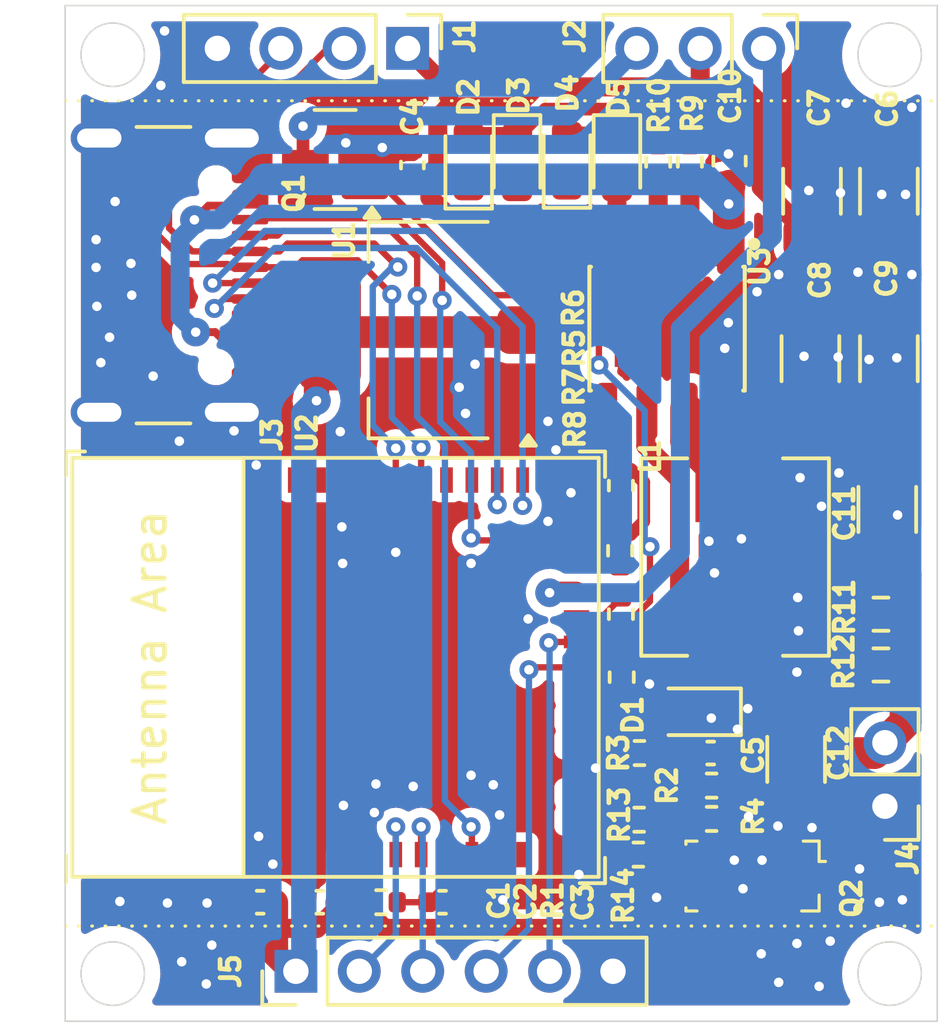
<source format=kicad_pcb>
(kicad_pcb (version 20240108) (generator "pcbnew") (generator_version "8.0")
  (layers (0 "F.Cu" signal) (31 "B.Cu" signal) (34 "B.Paste" user) (35 "F.Paste" user) (36 "B.SilkS" user "B.Silkscreen") (37 "F.SilkS" user "F.Silkscreen") (38 "B.Mask" user) (39 "F.Mask" user) (44 "Edge.Cuts" user))
  (net 0 "")
  (net 1 "+3V3")
  (net 2 "GND")
  (net 3 "+5V")
  (net 4 "/ESP32_EN")
  (net 5 "Net-(J2-Pin_3)")
  (net 6 "Net-(U2-GPIO1{slash}ADC1_CH1{slash}XTAL_32K_N)")
  (net 7 "/VIN_5V")
  (net 8 "/BAT+")
  (net 9 "Net-(U3-BAT)")
  (net 10 "Net-(D1-A)")
  (net 11 "Net-(D2-K)")
  (net 12 "Net-(D2-A)")
  (net 13 "Net-(D4-A)")
  (net 14 "/ESP32_BOOT")
  (net 15 "/USB_SERIAL_TXO")
  (net 16 "/USB_SERIAL_RXI")
  (net 17 "/SG90_PWM")
  (net 18 "Net-(U3-SW)")
  (net 19 "Net-(Q1-G)")
  (net 20 "/LED_CTRL")
  (net 21 "Net-(U2-GPIO8)")
  (net 22 "/SG90_POWER")
  (net 23 "Net-(U3-LED1)")
  (net 24 "Net-(U3-LED2)")
  (net 41 "Net-(Q2-E)")
  (net 42 "/LSensorIO")
  (net 44 "/GPIO5")
  (net 45 "/GPIO3")
  (net 46 "/GPIO2")
  (net 47 "/GPIO4")
  (net 49 "/USBD-")
  (net 50 "/USBD+")
  (footprint "Capacitor_SMD:C_0402_1005Metric" (layer "F.Cu") (at 198.525 67.475 90)
    (property "Reference" "C4")
    (property "Value" "10uF" (hide yes))
  )
  (footprint "Resistor_SMD:R_0402_1005Metric" (layer "F.Cu") (at 207.275 67.375 90)
    (property "Reference" "R9")
    (property "Value" "2K" (hide yes))
  )
  (footprint "Resistor_SMD:R_0402_1005Metric" (layer "F.Cu") (at 205.1 81.625 -90)
    (property "Reference" "R7")
    (property "Value" "100R" (hide yes))
  )
  (footprint "Package_TO_SOT_SMD:SOT-23" (layer "F.Cu") (at 196.0875 67.3 180)
    (property "Reference" "Q1")
    (property "Value" "AO3400A" (hide yes))
  )
  (footprint "LED_SMD:LED_0603_1608Metric" (layer "F.Cu") (at 207.4 84.7 180)
    (property "Reference" "D1")
    (property "Value" "LED" (hide yes))
  )
  (footprint "Capacitor_SMD:C_0402_1005Metric" (layer "F.Cu") (at 195.605 90.7 180)
    (property "Reference" "C2")
    (property "Value" "0.1uF" (hide yes))
  )
  (footprint "Resistor_SMD:R_0402_1005Metric" (layer "F.Cu") (at 205.685 86)
    (property "Reference" "R3")
    (property "Value" "150R" (hide yes))
  )
  (footprint "Capacitor_SMD:C_1206_3216Metric" (layer "F.Cu") (at 210.625 86.2 -90)
    (property "Reference" "C12")
    (property "Value" "22uF" (hide yes))
  )
  (footprint "Capacitor_SMD:C_0402_1005Metric" (layer "F.Cu") (at 193.725 90.7 180)
    (property "Reference" "C1")
    (property "Value" "10uF" (hide yes))
  )
  (footprint "LED_SMD:LED_0603_1608Metric" (layer "F.Cu") (at 201.825 67.3875 -90)
    (property "Reference" "D3")
    (property "Value" "LED" (hide yes))
  )
  (footprint "IP5306:SOIC9P127_490X600X170L84X42T330X241N" (layer "F.Cu") (at 206.555 72.63 -90)
    (property "Reference" "U3")
    (property "Value" "IP5306" (hide yes))
  )
  (footprint "Capacitor_SMD:C_1206_3216Metric" (layer "F.Cu") (at 211.125 68.3 90)
    (property "Reference" "C7")
    (property "Value" "22uF" (hide yes))
  )
  (footprint "Connector_USB:USB_C_Receptacle_GCT_USB4105-xx-A_16P_TopMnt_Horizontal" (layer "F.Cu") (at 189.725 70.945 -90)
    (property "Reference" "J3")
    (property "Value" "USB_C_Receptacle_USB2.0_16P" (hide yes))
  )
  (footprint "Package_TO_SOT_SMD:SOT-223-3_TabPin2" (layer "F.Cu") (at 199.05 72.675 180)
    (property "Reference" "U1")
    (property "Value" "ASM1117-3.3V" (hide yes))
  )
  (footprint "Resistor_SMD:R_0603_1608Metric" (layer "F.Cu") (at 213.3 83.225)
    (property "Reference" "R12")
    (property "Value" "1R" (hide yes))
  )
  (footprint "Resistor_SMD:R_0402_1005Metric" (layer "F.Cu") (at 197.535 90.7 180)
    (property "Reference" "R1")
    (property "Value" "10k" (hide yes))
  )
  (footprint "Inductor_SMD:L_Chilisin_BMRA00050530" (layer "F.Cu") (at 208.7 79.825 -90)
    (property "Reference" "L1")
    (property "Value" "L" (hide yes))
  )
  (footprint "Connector_PinHeader_2.00mm:PinHeader_1x03_P2.00mm_Vertical" (layer "F.Cu") (at 209.6 63.8 -90)
    (property "Reference" "J2")
    (property "Value" "~" (hide yes))
  )
  (footprint "LED_SMD:LED_0603_1608Metric" (layer "F.Cu") (at 200.3 67.3625 90)
    (property "Reference" "D2")
    (property "Value" "LED" (hide yes))
  )
  (footprint "LED_SMD:LED_0603_1608Metric" (layer "F.Cu") (at 203.4 67.3375 90)
    (property "Reference" "D4")
    (property "Value" "LED" (hide yes))
  )
  (footprint "Resistor_SMD:R_0402_1005Metric" (layer "F.Cu") (at 207.96 87.025 180)
    (property "Reference" "R2")
    (property "Value" "10k" (hide yes))
  )
  (footprint "Resistor_SMD:R_0402_1005Metric" (layer "F.Cu") (at 207.96 88.075)
    (property "Reference" "R4")
    (property "Value" "10k" (hide yes))
  )
  (footprint "PCM_Espressif:ESP32-C3-MINI-1" (layer "F.Cu") (at 196.1 83.3 90)
    (property "Reference" "U2")
    (property "Value" "ESP32-C3-MINI-1" (hide yes))
  )
  (footprint "Resistor_SMD:R_0402_1005Metric" (layer "F.Cu") (at 205.125 83.61 -90)
    (property "Reference" "R8")
    (property "Value" "10k" (hide yes))
  )
  (footprint "Resistor_SMD:R_0402_1005Metric" (layer "F.Cu") (at 206.275 67.375 90)
    (property "Reference" "R10")
    (property "Value" "2K" (hide yes))
  )
  (footprint "Capacitor_SMD:C_1206_3216Metric" (layer "F.Cu") (at 211.075 73.575 -90)
    (property "Reference" "C8")
    (property "Value" "22uF" (hide yes))
  )
  (footprint "Resistor_SMD:R_0402_1005Metric" (layer "F.Cu") (at 205.65 89.2)
    (property "Reference" "R14")
    (property "Value" "10k" (hide yes))
  )
  (footprint "Resistor_SMD:R_0402_1005Metric" (layer "F.Cu") (at 205.075 79.625 90)
    (property "Reference" "R5")
    (property "Value" "10k" (hide yes))
  )
  (footprint "Capacitor_SMD:C_0603_1608Metric" (layer "F.Cu") (at 208.525 67.35 -90)
    (property "Reference" "C10")
    (property "Value" "10uF" (hide yes))
  )
  (footprint "digikey-footprints:Phototransistor_SMD_4x2mm_TEMT6000X01" (layer "F.Cu") (at 209.25 89.875)
    (property "Reference" "Q2")
    (property "Value" "TEMT6000X01" (hide yes))
  )
  (footprint "Connector_PinHeader_2.00mm:PinHeader_1x04_P2.00mm_Vertical" (layer "F.Cu") (at 198.375 63.8 -90)
    (property "Reference" "J1")
    (property "Value" "Conn_01x04_Pin" (hide yes))
  )
  (footprint "Capacitor_SMD:C_1206_3216Metric" (layer "F.Cu") (at 213.55 73.575 -90)
    (property "Reference" "C9")
    (property "Value" "22uF" (hide yes))
  )
  (footprint "Capacitor_SMD:C_1206_3216Metric" (layer "F.Cu") (at 213.5 78.325 90)
    (property "Reference" "C11")
    (property "Value" "22uF" (hide yes))
  )
  (footprint "Capacitor_SMD:C_0402_1005Metric" (layer "F.Cu") (at 207.93 86 180)
    (property "Reference" "C5")
    (property "Value" "0.1uF" (hide yes))
  )
  (footprint "LED_SMD:LED_0603_1608Metric" (layer "F.Cu") (at 204.975 67.3875 -90)
    (property "Reference" "D5")
    (property "Value" "LED" (hide yes))
  )
  (footprint "Resistor_SMD:R_0402_1005Metric" (layer "F.Cu") (at 205.675 88.1)
    (property "Reference" "R13")
    (property "Value" "10k" (hide yes))
  )
  (footprint "Resistor_SMD:R_0603_1608Metric" (layer "F.Cu") (at 213.3 81.625)
    (property "Reference" "R11")
    (property "Value" "1R" (hide yes))
  )
  (footprint "Capacitor_SMD:C_0402_1005Metric" (layer "F.Cu") (at 199.475 90.7)
    (property "Reference" "C3")
    (property "Value" "0.1uF" (hide yes))
  )
  (footprint "Connector_PinHeader_2.00mm:PinHeader_1x06_P2.00mm_Vertical" (layer "F.Cu") (at 194.85 92.875 90)
    (property "Reference" "J5")
    (property "Value" "Conn_01x06_Pin" (hide yes))
  )
  (footprint "Resistor_SMD:R_0402_1005Metric" (layer "F.Cu") (at 205.1 77.575 90)
    (property "Reference" "R6")
    (property "Value" "10k" (hide yes))
  )
  (footprint "Capacitor_SMD:C_1206_3216Metric" (layer "F.Cu") (at 213.55 68.3 90)
    (property "Reference" "C6")
    (property "Value" "22uF" (hide yes))
  )
  (footprint "Connector_PinHeader_2.00mm:PinHeader_1x02_P2.00mm_Vertical" (layer "F.Cu") (at 213.425 87.675 180)
    (property "Reference" "J4")
    (property "Value" "~" (hide yes))
  )
  (gr_line (start 187.575 91.45) (end 215.125 91.45) (stroke (width 0.1) (type dot)) (layer "F.SilkS"))
  (gr_line (start 187.575 65.45) (end 215.1 65.45) (stroke (width 0.1) (type dot)) (layer "F.SilkS"))
  (gr_circle (center 189.075 64) (end 190.075 64) (stroke (width 0.05)) (fill none) (layer "Edge.Cuts"))
  (gr_line (start 187.575 62.45) (end 215.075 62.45) (stroke (width 0.05)) (layer "Edge.Cuts"))
  (gr_circle (center 213.575 92.95) (end 214.575 92.95) (stroke (width 0.05)) (fill none) (layer "Edge.Cuts"))
  (gr_circle (center 189.075 92.95) (end 190.075 92.95) (stroke (width 0.05)) (fill none) (layer "Edge.Cuts"))
  (gr_line (start 187.575 94.45) (end 187.575 62.45) (stroke (width 0.05)) (layer "Edge.Cuts"))
  (gr_circle (center 213.575 64) (end 214.575 64) (stroke (width 0.05)) (fill none) (layer "Edge.Cuts"))
  (gr_line (start 215.075 94.45) (end 187.575 94.45) (stroke (width 0.05)) (layer "Edge.Cuts"))
  (gr_line (start 215.075 62.45) (end 215.075 94.45) (stroke (width 0.05)) (layer "Edge.Cuts"))
  (segment (start 196.085 90.958976) (end 195.518976 91.525) (width 0.6) (layer "F.Cu") (net 1))
  (segment (start 203.625 75.906236) (end 204.783764 77.065) (width 0.4) (layer "F.Cu") (net 1))
  (segment (start 194.205 91.525) (end 194.205 92.355) (width 0.8) (layer "F.Cu") (net 1))
  (segment (start 194.205 90.7) (end 194.205 91.525) (width 0.8) (layer "F.Cu") (net 1))
  (segment (start 205.41 79.115) (end 205.075 79.115) (width 0.4) (layer "F.Cu") (net 1))
  (segment (start 205.1 77.065) (end 205.419999 77.065) (width 0.4) (layer "F.Cu") (net 1))
  (segment (start 203.625 74.15) (end 203.625 75.906236) (width 0.4) (layer "F.Cu") (net 1))
  (segment (start 196.085 90.7) (end 196.085 90.958976) (width 0.6) (layer "F.Cu") (net 1))
  (segment (start 204.783764 77.065) (end 205.1 77.065) (width 0.4) (layer "F.Cu") (net 1))
  (segment (start 197.025 90.901768) (end 197.648232 91.525) (width 0.6) (layer "F.Cu") (net 1))
  (segment (start 201.8 72.6375) (end 202.1125 72.6375) (width 0.4) (layer "F.Cu") (net 1))
  (segment (start 196.4 90.385) (end 196.4 89.2) (width 0.6) (layer "F.Cu") (net 1))
  (segment (start 195.125 91.525) (end 194.205 91.525) (width 0.6) (layer "F.Cu") (net 1))
  (segment (start 195.5 72.6375) (end 195.5 74.9) (width 0.8) (layer "F.Cu") (net 1))
  (segment (start 202.1125 72.6375) (end 203.625 74.15) (width 0.4) (layer "F.Cu") (net 1))
  (segment (start 196.085 90.7) (end 196.4 90.385) (width 0.6) (layer "F.Cu") (net 1))
  (segment (start 195.15 91.55) (end 195.125 91.525) (width 0.6) (layer "F.Cu") (net 1))
  (segment (start 205.82 78.705) (end 205.41 79.115) (width 0.4) (layer "F.Cu") (net 1))
  (segment (start 197.025 90.7) (end 197.025 90.901768) (width 0.6) (layer "F.Cu") (net 1))
  (segment (start 205.419999 77.065) (end 205.82 77.465001) (width 0.4) (layer "F.Cu") (net 1))
  (segment (start 194.205 92.355) (end 194.775 92.925) (width 0.8) (layer "F.Cu") (net 1))
  (segment (start 209.45 91.525) (end 211 89.975) (width 0.6) (layer "F.Cu") (net 1))
  (segment (start 196.085 90.7) (end 197.025 90.7) (width 0.6) (layer "F.Cu") (net 1))
  (segment (start 205.82 77.465001) (end 205.82 78.705) (width 0.4) (layer "F.Cu") (net 1))
  (segment (start 195.518976 91.525) (end 195.175 91.525) (width 0.6) (layer "F.Cu") (net 1))
  (segment (start 201.825 72.7375) (end 195.525 72.7375) (width 1) (layer "F.Cu") (net 1))
  (segment (start 195.175 91.525) (end 195.15 91.55) (width 0.6) (layer "F.Cu") (net 1))
  (segment (start 197.648232 91.525) (end 209.45 91.525) (width 0.6) (layer "F.Cu") (net 1))
  (via (at 195.5 74.9) (size 0.9) (drill 0.3) (layers "F.Cu" "B.Cu") (net 1))
  (segment (start 195.1 92.6) (end 194.61 93.09) (width 0.8) (layer "B.Cu") (net 1))
  (segment (start 195.5 74.9) (end 195.1 75.3) (width 0.8) (layer "B.Cu") (net 1))
  (segment (start 195.1 75.3) (end 195.1 92.6) (width 0.8) (layer "B.Cu") (net 1))
  (segment (start 194.61 93.09) (end 194.61 93.15) (width 0.8) (layer "B.Cu") (net 1))
  (segment (start 201.975 90.625) (end 202.8 89.8) (width 0.2) (layer "F.Cu") (net 2))
  (segment (start 208.475 84.9875) (end 208.1875 84.7) (width 0.2) (layer "F.Cu") (net 2))
  (segment (start 196.835 66.99) (end 198.425 66.99) (width 0.2) (layer "F.Cu") (net 2))
  (segment (start 195.125 89.525) (end 195.125 90.7) (width 0.2) (layer "F.Cu") (net 2))
  (segment (start 194.8 89.2) (end 195.125 89.525) (width 0.2) (layer "F.Cu") (net 2))
  (segment (start 201.1 90.9) (end 201.375 90.625) (width 0.2) (layer "F.Cu") (net 2))
  (segment (start 200.155 90.9) (end 201.1 90.9) (width 0.2) (layer "F.Cu") (net 2))
  (segment (start 193.405 67.745) (end 193.56 67.9) (width 0.2) (layer "F.Cu") (net 2))
  (segment (start 193.405 67.305) (end 192.725 66.625) (width 0.2) (layer "F.Cu") (net 2))
  (segment (start 208.475 85.975) (end 208.475 84.9875) (width 0.2) (layer "F.Cu") (net 2))
  (segment (start 195.925 67.9) (end 196.835 66.99) (width 0.2) (layer "F.Cu") (net 2))
  (segment (start 199.955 90.7) (end 200.155 90.9) (width 0.2) (layer "F.Cu") (net 2))
  (segment (start 205.977814 84.12) (end 206.172814 83.925) (width 0.2) (layer "F.Cu") (net 2))
  (segment (start 193.405 67.745) (end 193.405 67.305) (width 0.2) (layer "F.Cu") (net 2))
  (segment (start 207.4125 83.925) (end 208.1875 84.7) (width 0.2) (layer "F.Cu") (net 2))
  (segment (start 202.8 89.8) (end 202.8 89.2) (width 0.2) (layer "F.Cu") (net 2))
  (segment (start 193.56 67.9) (end 195.925 67.9) (width 0.2) (layer "F.Cu") (net 2))
  (segment (start 205.125 84.12) (end 205.977814 84.12) (width 0.2) (layer "F.Cu") (net 2))
  (segment (start 213.525 75.05) (end 213.55 75.025) (width 1) (layer "F.Cu") (net 2))
  (segment (start 201.375 90.625) (end 201.975 90.625) (width 0.2) (layer "F.Cu") (net 2))
  (segment (start 206.172814 83.925) (end 207.4125 83.925) (width 0.2) (layer "F.Cu") (net 2))
  (via (at 200.375 86.7) (size 0.6) (drill 0.3) (layers "F.Cu" "B.Cu") (net 2))
  (via (at 212.025 68.35) (size 0.6) (drill 0.3) (layers "F.Cu" "B.Cu") (net 2))
  (via (at 213.25 90.7) (size 0.6) (drill 0.3) (layers "F.Cu" "B.Cu") (net 2))
  (via (at 189.65 70.575) (size 0.6) (drill 0.3) (layers "F.Cu" "B.Cu") (net 2))
  (via (at 211.025 68.275) (size 0.6) (drill 0.3) (layers "F.Cu" "B.Cu") (net 2))
  (via (at 196.325 80.025) (size 0.6) (drill 0.3) (layers "F.Cu" "B.Cu") (net 2))
  (via (at 192.025 93.275) (size 0.6) (drill 0.3) (layers "F.Cu" "B.Cu") (net 2))
  (via (at 212.2 65.525) (size 0.6) (drill 0.3) (layers "F.Cu" "B.Cu") (net 2))
  (via (at 206 83.825) (size 0.6) (drill 0.3) (layers "F.Cu" "B.Cu") (net 2))
  (via (at 213.325 68.4) (size 0.6) (drill 0.3) (layers "F.Cu" "B.Cu") (net 2))
  (via (at 208.775 85.25) (size 0.6) (drill 0.3) (layers "F.Cu" "B.Cu") (net 2))
  (via (at 204.3 86.475) (size 0.6) (drill 0.3) (layers "F.Cu" "B.Cu") (net 2))
  (via (at 210.075 93.225) (size 0.6) (drill 0.3) (layers "F.Cu" "B.Cu") (net 2))
  (via (at 192.2 92.05) (size 0.6) (drill 0.3) (layers "F.Cu" "B.Cu") (net 2))
  (via (at 188.975 72.9) (size 0.6) (drill 0.3) (layers "F.Cu" "B.Cu") (net 2))
  (via (at 200 74.475) (size 0.6) (drill 0.3) (layers "F.Cu" "B.Cu") (net 2))
  (via (at 210.65 83.45) (size 0.6) (drill 0.3) (layers "F.Cu" "B.Cu") (net 2))
  (via (at 190.709098 63.25) (size 0.6) (drill 0.3) (layers "F.Cu" "B.Cu") (net 2))
  (via (at 200.2 75.3) (size 0.6) (drill 0.3) (layers "F.Cu" "B.Cu") (net 2))
  (via (at 212.925 73.6) (size 0.6) (drill 0.3) (layers "F.Cu" "B.Cu") (net 2))
  (via (at 201.375 90.625) (size 0.6) (drill 0.3) (layers "F.Cu" "B.Cu") (net 2))
  (via (at 193.675 88.625) (size 0.6) (drill 0.3) (layers "F.Cu" "B.Cu") (net 2))
  (via (at 212.575 70.85) (size 0.6) (drill 0.3) (layers "F.Cu" "B.Cu") (net 2))
  (via (at 209.525 92.325) (size 0.6) (drill 0.3) (layers "F.Cu" "B.Cu") (net 2))
  (via (at 196.3 78.875) (size 0.6) (drill 0.3) (layers "F.Cu" "B.Cu") (net 2))
  (via (at 193.6 76.925) (size 0.6) (drill 0.3) (layers "F.Cu" "B.Cu") (net 2))
  (via (at 208.490772 67.125585) (size 0.6) (drill 0.3) (layers "F.Cu" "B.Cu") (net 2))
  (via (at 203.525 77.8) (size 0.6) (drill 0.3) (layers "F.Cu" "B.Cu") (net 2))
  (via (at 208.9 79.25) (size 0.6) (drill 0.3) (layers "F.Cu" "B.Cu") (net 2))
  (via (at 213.825 78.5) (size 0.6) (drill 0.3) (layers "F.Cu" "B.Cu") (net 2))
  (via (at 214.275 70.925) (size 0.6) (drill 0.3) (layers "F.Cu" "B.Cu") (net 2))
  (via (at 206.225 90.55) (size 0.6) (drill 0.3) (layers "F.Cu" "B.Cu") (net 2))
  (via (at 203.05 76.45) (size 0.6) (drill 0.3) (layers "F.Cu" "B.Cu") (net 2))
  (via (at 208.95 90.275) (size 0.6) (drill 0.3) (layers "F.Cu" "B.Cu") (net 2))
  (via (at 210.7 82.15) (size 0.6) (drill 0.3) (layers "F.Cu" "B.Cu") (net 2))
  (via (at 211.7 91.925) (size 0.6) (drill 0.3) (layers "F.Cu" "B.Cu") (net 2))
  (via (at 191.25 92.575) (size 0.6) (drill 0.3) (layers "F.Cu" "B.Cu") (net 2))
  (via (at 214.275 65.657496) (size 0.6) (drill 0.3) (layers "F.Cu" "B.Cu") (net 2))
  (via (at 189.15 68.625) (size 0.6) (drill 0.3) (layers "F.Cu" "B.Cu") (net 2))
  (via (at 202.175 81.775) (size 0.6) (drill 0.3) (layers "F.Cu" "B.Cu") (net 2))
  (via (at 202.799998 78.7) (size 0.6) (drill 0.3) (layers "F.Cu" "B.Cu") (net 2))
  (via (at 189.675 71.575) (size 0.6) (drill 0.3) (layers "F.Cu" "B.Cu") (net 2))
  (via (at 209.1 84.6) (size 0.6) (drill 0.3) (layers "F.Cu" "B.Cu") (net 2))
  (via (at 201.275 87.95) (size 0.6) (drill 0.3) (layers "F.Cu" "B.Cu") (net 2))
  (via (at 207.875 79.325) (size 0.6) (drill 0.3) (layers "F.Cu" "B.Cu") (net 2))
  (via (at 213.975 90.625) (size 0.6) (drill 0.3) (layers "F.Cu" "B.Cu") (net 2))
  (via (at 188.55 69.825) (size 0.6) (drill 0.3) (layers "F.Cu" "B.Cu") (net 2))
  (via (at 190.35 74.125) (size 0.6) (drill 0.3) (layers "F.Cu" "B.Cu") (net 2))
  (via (at 208.05 80.325) (size 0.6) (drill 0.3) (layers "F.Cu" "B.Cu") (net 2))
  (via (at 207.95 84.9) (size 0.6) (drill 0.3) (layers "F.Cu" "B.Cu") (net 2))
  (via (at 200.5 73.75) (size 0.6) (drill 0.3) (layers "F.Cu" "B.Cu") (net 2))
  (via (at 188.575 71.925) (size 0.6) (drill 0.3) (layers "F.Cu" "B.Cu") (net 2))
  (via (at 190.592162 64.966627) (size 0.6) (drill 0.3) (layers "F.Cu" "B.Cu") (net 2))
  (via (at 197.375 86.975) (size 0.6) (drill 0.3) (layers "F.Cu" "B.Cu") (net 2))
  (via (at 211.35 93.35) (size 0.6) (drill 0.3) (layers "F.Cu" "B.Cu") (net 2))
  (via (at 208.675 89.375) (size 0.6) (drill 0.3) (layers "F.Cu" "B.Cu") (net 2))
  (via (at 203.775 89.825) (size 0.6) (drill 0.3) (layers "F.Cu" "B.Cu") (net 2))
  (via (at 197.325 87.875) (size 0.6) (drill 0.3) (layers "F.Cu" "B.Cu") (net 2))
  (via (at 210.675 81.1) (size 0.6) (drill 0.3) (layers "F.Cu" "B.Cu") (net 2))
  (via (at 197.575 66.925) (size 0.6) (drill 0.3) (layers "F.Cu" "B.Cu") (net 2))
  (via (at 202.8 75.55) (size 0.6) (drill 0.3) (layers "F.Cu" "B.Cu") (net 2))
  (via (at 210.875 73.5) (size 0.6) (drill 0.3) (layers "F.Cu" "B.Cu") (net 2))
  (via (at 213.8 73.55) (size 0.6) (drill 0.3) (layers "F.Cu" "B.Cu") (net 2))
  (via (at 211.95 73.525) (size 0.6) (drill 0.3) (layers "F.Cu" "B.Cu") (net 2))
  (via (at 194.125 89.5) (size 0.6) (drill 0.3) (layers "F.Cu" "B.Cu") (net 2))
  (via (at 214.075 68.4) (size 0.6) (drill 0.3) (layers "F.Cu" "B.Cu") (net 2))
  (via (at 208.486379 72.441357) (size 0.6) (drill 0.3) (layers "F.Cu" "B.Cu") (net 2))
  (via (at 201.075 87) (size 0.6) (drill 0.3) (layers "F.Cu" "B.Cu") (net 2))
  (via (at 211.975 77.175) (size 0.6) (drill 0.3) (layers "F.Cu" "B.Cu") (net 2))
  (via (at 196.25 75.875) (size 0.6) (drill 0.3) (layers "F.Cu" "B.Cu") (net 2))
  (via (at 210.075 70.925) (size 0.6) (drill 0.3) (layers "F.Cu" "B.Cu") (net 2))
  (via (at 212.625 89.65) (size 0.6) (drill 0.3) (layers "F.Cu" "B.Cu") (net 2))
  (via (at 190.8 90.725) (size 0.6) (drill 0.3) (layers "F.Cu" "B.Cu") (net 2))
  (via (at 192.9 75.85) (size 0.6) (drill 0.3) (layers "F.Cu" "B.Cu") (net 2))
  (via (at 210.65 92) (size 0.6) (drill 0.3) (layers "F.Cu" "B.Cu") (net 2))
  (via (at 198.55 87.05) (size 0.6) (drill 0.3) (layers "F.Cu" "B.Cu") (net 2))
  (via (at 188.55 70.7) (size 0.6) (drill 0.3) (layers "F.Cu" "B.Cu") (net 2))
  (via (at 210.75 77.325) (size 0.6) (drill 0.3) (layers "F.Cu" "B.Cu") (net 2))
  (via (at 189.3 90.675) (size 0.6) (drill 0.3) (layers "F.Cu" "B.Cu") (net 2))
  (via (at 188.7 73.7) (size 0.6) (drill 0.3) (layers "F.Cu" "B.Cu") (net 2))
  (via (at 198 79.675) (size 0.6) (drill 0.3) (layers "F.Cu" "B.Cu") (net 2))
  (via (at 211.425 78.225) (size 0.6) (drill 0.3) (layers "F.Cu" "B.Cu") (net 2))
  (via (at 200.375 80.025) (size 0.6) (drill 0.3) (layers "F.Cu" "B.Cu") (net 2))
  (via (at 209.392893 71.467893) (size 0.6) (drill 0.3) (layers "F.Cu" "B.Cu") (net 2))
  (via (at 192.05 90.725) (size 0.6) (drill 0.3) (layers "F.Cu" "B.Cu") (net 2))
  (via (at 196.35 87.65) (size 0.6) (drill 0.3) (layers "F.Cu" "B.Cu") (net 2))
  (via (at 196.425 66.775) (size 0.6) (drill 0.3) (layers "F.Cu" "B.Cu") (net 2))
  (via (at 210.05 88.3) (size 0.6) (drill 0.3) (layers "F.Cu" "B.Cu") (net 2))
  (via (at 209.125 88) (size 0.6) (drill 0.3) (layers "F.Cu" "B.Cu") (net 2))
  (via (at 191.175 76.175) (size 0.6) (drill 0.3) (layers "F.Cu" "B.Cu") (net 2))
  (via (at 211.125 88.35) (size 0.6) (drill 0.3) (layers "F.Cu" "B.Cu") (net 2))
  (via (at 209.55 89.375) (size 0.6) (drill 0.3) (layers "F.Cu" "B.Cu") (net 2))
  (via (at 208.375 73.25) (size 0.6) (drill 0.3) (layers "F.Cu" "B.Cu") (net 2))
  (segment (start 209.525001 68.175001) (end 211.125 69.775) (width 0.6) (layer "F.Cu") (net 3))
  (segment (start 199.325 67.506129) (end 199.325 65.977472) (width 0.6) (layer "F.Cu") (net 3))
  (segment (start 201.8 70.3375) (end 200.914972 70.3375) (width 0.6) (layer "F.Cu") (net 3))
  (segment (start 207.5 65.0125) (end 207.6 64.9125) (width 0.6) (layer "F.Cu") (net 3))
  (segment (start 198.881129 67.95) (end 198.425 67.95) (width 0.6) (layer "F.Cu") (net 3))
  (segment (start 199.664972 65.6375) (end 201.79755 65.6375) (width 0.6) (layer "F.Cu") (net 3))
  (segment (start 202.42255 65.0125) (end 207.5 65.0125) (width 0.6) (layer "F.Cu") (net 3))
  (segment (start 201.79755 65.6375) (end 202.42255 65.0125) (width 0.6) (layer "F.Cu") (net 3))
  (segment (start 210.175 72.1) (end 209.375 72.9) (width 1) (layer "F.Cu") (net 3))
  (segment (start 209.375 72.9) (end 209.375 74.185) (width 1) (layer "F.Cu") (net 3))
  (segment (start 211.075 72.1) (end 210.175 72.1) (width 1) (layer "F.Cu") (net 3))
  (segment (start 209.375 74.185) (end 208.425 75.135) (width 1) (layer "F.Cu") (net 3))
  (segment (start 199.664972 65.089972) (end 198.375 63.8) (width 0.6) (layer "F.Cu") (net 3))
  (segment (start 209.525001 65.575001) (end 209.525001 68.175001) (width 0.6) (layer "F.Cu") (net 3))
  (segment (start 199.325 65.977472) (end 199.664972 65.6375) (width 0.6) (layer "F.Cu") (net 3))
  (segment (start 207.5 65.0125) (end 208.9625 65.0125) (width 0.6) (layer "F.Cu") (net 3))
  (segment (start 200.914972 70.3375) (end 199.075 68.497528) (width 0.6) (layer "F.Cu") (net 3))
  (segment (start 199.075 67.756129) (end 198.881129 67.95) (width 0.6) (layer "F.Cu") (net 3))
  (segment (start 211.075 72.1) (end 211.075 69.825) (width 1) (layer "F.Cu") (net 3))
  (segment (start 207.6 64.9125) (end 207.6 63.8) (width 0.6) (layer "F.Cu") (net 3))
  (segment (start 213.525 69.8) (end 213.55 69.775) (width 0.2) (layer "F.Cu") (net 3))
  (segment (start 211.075 69.825) (end 211.125 69.775) (width 1) (layer "F.Cu") (net 3))
  (segment (start 213.525 69.8) (end 210.99957 69.8) (width 1) (layer "F.Cu") (net 3))
  (segment (start 208.9625 65.0125) (end 209.525001 65.575001) (width 0.6) (layer "F.Cu") (net 3))
  (segment (start 211.075 72.1) (end 213.575 72.1) (width 1) (layer "F.Cu") (net 3))
  (segment (start 199.075 67.756129) (end 199.325 67.506129) (width 0.6) (layer "F.Cu") (net 3))
  (segment (start 199.075 68.497528) (end 199.075 67.756129) (width 0.6) (layer "F.Cu") (net 3))
  (segment (start 199.664972 65.6375) (end 199.664972 65.089972) (width 0.6) (layer "F.Cu") (net 3))
  (segment (start 194.417487 69.55) (end 194.272487 69.695) (width 0.2) (layer "F.Cu") (net 4))
  (segment (start 200.4 89.2) (end 200.4 88.35) (width 0.2) (layer "F.Cu") (net 4))
  (segment (start 200.4 89.2) (end 200.5 88.9) (width 0.2) (layer "F.Cu") (net 4))
  (segment (start 194.272487 69.695) (end 193.405 69.695) (width 0.2) (layer "F.Cu") (net 4))
  (segment (start 200.5 88.9) (end 200.4 89.8) (width 0.2) (layer "F.Cu") (net 4))
  (segment (start 200.4 88.35) (end 200.375 88.325) (width 0.2) (layer "F.Cu") (net 4))
  (segment (start 200.125 90.075) (end 199.62 90.075) (width 0.2) (layer "F.Cu") (net 4))
  (segment (start 198.045 90.7) (end 198.995 90.7) (width 0.2) (layer "F.Cu") (net 4))
  (segment (start 198.675 71.6) (end 198.675 70.375) (width 0.2) (layer "F.Cu") (net 4))
  (segment (start 197.85 69.55) (end 194.417487 69.55) (width 0.2) (layer "F.Cu") (net 4))
  (segment (start 200.4 89.875) (end 200.4 89.2) (width 0.2) (layer "F.Cu") (net 4))
  (segment (start 198.675 70.375) (end 197.85 69.55) (width 0.2) (layer "F.Cu") (net 4))
  (segment (start 199.62 90.075) (end 198.995 90.7) (width 0.2) (layer "F.Cu") (net 4))
  (segment (start 200.4 89.8) (end 200.125 90.075) (width 0.2) (layer "F.Cu") (net 4))
  (via (at 198.675 71.6) (size 0.6) (drill 0.3) (layers "F.Cu" "B.Cu") (net 4))
  (via (at 200.375 88.325) (size 0.6) (drill 0.3) (layers "F.Cu" "B.Cu") (net 4))
  (segment (start 199.55 76.276471) (end 199.55 87.5) (width 0.2) (layer "B.Cu") (net 4))
  (segment (start 198.675 75.401471) (end 199.55 76.276471) (width 0.2) (layer "B.Cu") (net 4))
  (segment (start 198.675 71.6) (end 198.675 75.401471) (width 0.2) (layer "B.Cu") (net 4))
  (segment (start 199.55 87.5) (end 200.375 88.325) (width 0.2) (layer "B.Cu") (net 4))
  (segment (start 195.075 67.3) (end 195.075 66.26005) (width 0.4) (layer "F.Cu") (net 5))
  (segment (start 205.425 63.975) (end 205.425 63.6) (width 0.4) (layer "F.Cu") (net 5))
  (via (at 195.075 66.25) (size 0.9) (drill 0.3) (layers "F.Cu" "B.Cu") (net 5))
  (segment (start 205.6 63.8) (end 203.475 65.925) (width 0.6) (layer "B.Cu") (net 5))
  (segment (start 203.475 65.925) (end 195.4 65.925) (width 0.6) (layer "B.Cu") (net 5))
  (segment (start 195.4 65.925) (end 195.075 66.25) (width 0.6) (layer "B.Cu") (net 5))
  (segment (start 203.7 87.3) (end 203.725 87.275) (width 0.4) (layer "F.Cu") (net 6))
  (segment (start 207.5 85.99) (end 207.5 87.87) (width 0.4) (layer "F.Cu") (net 6))
  (segment (start 207.515 85.975) (end 207.5 85.99) (width 0.4) (layer "F.Cu") (net 6))
  (segment (start 203.725 87.275) (end 207.165 87.275) (width 0.4) (layer "F.Cu") (net 6))
  (segment (start 207.165 87.275) (end 207.49 86.95) (width 0.4) (layer "F.Cu") (net 6))
  (segment (start 192.619949 68.755) (end 192.095 68.755) (width 0.25) (layer "F.Cu") (net 7))
  (segment (start 191.690735 72.73856) (end 192.305796 72.73856) (width 0.25) (layer "F.Cu") (net 7))
  (segment (start 193.405 73.345) (end 192.94759 73.345) (width 0.2) (layer "F.Cu") (net 7))
  (segment (start 208.5 70.2) (end 208.425 70.275) (width 1) (layer "F.Cu") (net 7))
  (segment (start 193.405 68.545) (end 192.829949 68.545) (width 0.25) (layer "F.Cu") (net 7))
  (segment (start 192.912236 73.345) (end 192.94759 73.345) (width 0.25) (layer "F.Cu") (net 7))
  (segment (start 192.829949 68.545) (end 192.619949 68.755) (width 0.25) (layer "F.Cu") (net 7))
  (segment (start 191.627175 72.675) (end 191.35 72.675) (width 0.2) (layer "F.Cu") (net 7))
  (segment (start 191.65 69.2) (end 191.825 69.375) (width 0.2) (layer "F.Cu") (net 7))
  (segment (start 192.305796 72.73856) (end 192.912236 73.345) (width 0.25) (layer "F.Cu") (net 7))
  (segment (start 208.525 68.125) (end 208.5 68.15) (width 1) (layer "F.Cu") (net 7))
  (segment (start 208.5 68.15) (end 208.5 70.2) (width 1) (layer "F.Cu") (net 7))
  (segment (start 192.095 68.755) (end 191.65 69.2) (width 0.25) (layer "F.Cu") (net 7))
  (segment (start 191.690735 72.73856) (end 191.627175 72.675) (width 0.2) (layer "F.Cu") (net 7))
  (via (at 208.5 68.7) (size 0.9) (drill 0.3) (layers "F.Cu" "B.Cu") (net 7))
  (via (at 191.65 69.2) (size 0.9) (drill 0.3) (layers "F.Cu" "B.Cu") (net 7))
  (via (at 191.690735 72.73856) (size 0.9) (drill 0.3) (layers "F.Cu" "B.Cu") (net 7))
  (segment (start 191.2 72.247825) (end 191.625 72.672825) (width 0.6) (layer "B.Cu") (net 7))
  (segment (start 191.65 69.35) (end 191.625 69.375) (width 0.2) (layer "B.Cu") (net 7))
  (segment (start 193.875 67.925) (end 207.725 67.925) (width 1) (layer "B.Cu") (net 7))
  (segment (start 191.65 69.2) (end 191.65 69.35) (width 0.2) (layer "B.Cu") (net 7))
  (segment (start 207.725 67.925) (end 208.5 68.7) (width 1) (layer "B.Cu") (net 7))
  (segment (start 193.747437 67.875) (end 192.422437 69.2) (width 0.6) (layer "B.Cu") (net 7))
  (segment (start 191.625 72.672825) (end 191.690735 72.73856) (width 0.2) (layer "B.Cu") (net 7))
  (segment (start 192.422437 69.2) (end 191.65 69.2) (width 0.6) (layer "B.Cu") (net 7))
  (segment (start 191.2 69.8) (end 191.2 72.247825) (width 0.6) (layer "B.Cu") (net 7))
  (segment (start 191.625 69.375) (end 191.2 69.8) (width 0.6) (layer "B.Cu") (net 7))
  (segment (start 193.825 67.875) (end 193.747437 67.875) (width 0.6) (layer "B.Cu") (net 7))
  (segment (start 214.075 85.025) (end 213.1 86) (width 1) (layer "F.Cu") (net 8))
  (segment (start 210.075 79.8) (end 207.975 81.9) (width 1) (layer "F.Cu") (net 8))
  (segment (start 209.39 86.52182) (end 208.88682 87.025) (width 1) (layer "F.Cu") (net 8))
  (segment (start 209.55 86) (end 209.39 86.16) (width 1) (layer "F.Cu") (net 8))
  (segment (start 208.88682 87.025) (end 208.525 87.025) (width 1) (layer "F.Cu") (net 8))
  (segment (start 214.075 80.375) (end 214.075 85.025) (width 1) (layer "F.Cu") (net 8))
  (segment (start 213.1 86) (end 209.55 86) (width 1) (layer "F.Cu") (net 8))
  (segment (start 209.39 86.16) (end 209.39 86.52182) (width 1) (layer "F.Cu") (net 8))
  (segment (start 213.5 79.8) (end 214.075 80.375) (width 1) (layer "F.Cu") (net 8))
  (segment (start 213.5 79.8) (end 210.075 79.8) (width 1) (layer "F.Cu") (net 8))
  (segment (start 205.885 75.135) (end 205.885 76.324214) (width 0.6) (layer "F.Cu") (net 9))
  (segment (start 209.05 83.325) (end 210.45 84.725) (width 0.6) (layer "F.Cu") (net 9))
  (segment (start 212.475 84.15) (end 211.9 84.725) (width 1) (layer "F.Cu") (net 9))
  (segment (start 211.9 84.725) (end 210.45 84.725) (width 1) (layer "F.Cu") (net 9))
  (segment (start 212.475 81.625) (end 212.475 83.225) (width 1) (layer "F.Cu") (net 9))
  (segment (start 206.95 83.325) (end 209.05 83.325) (width 0.6) (layer "F.Cu") (net 9))
  (segment (start 206.95 77.389214) (end 206.95 83.325) (width 0.6) (layer "F.Cu") (net 9))
  (segment (start 212.475 83.225) (end 212.475 84.15) (width 1) (layer "F.Cu") (net 9))
  (segment (start 205.885 76.324214) (end 206.95 77.389214) (width 0.6) (layer "F.Cu") (net 9))
  (segment (start 206.235 84.915) (end 206.6 84.55) (width 0.4) (layer "F.Cu") (net 10))
  (segment (start 206.235 86) (end 206.235 84.915) (width 0.4) (layer "F.Cu") (net 10))
  (segment (start 204.975 69.915) (end 204.625 70.265) (width 0.6) (layer "F.Cu") (net 11))
  (segment (start 204.8875 68.0875) (end 204.975 68.175) (width 0.6) (layer "F.Cu") (net 11))
  (segment (start 199.875 68.0875) (end 204.8875 68.0875) (width 0.6) (layer "F.Cu") (net 11))
  (segment (start 204.975 68.175) (end 204.975 69.915) (width 0.6) (layer "F.Cu") (net 11))
  (segment (start 204.625 70.265) (end 204.615 70.275) (width 0.2) (layer "F.Cu") (net 11))
  (segment (start 201.575 66.475) (end 201.6 66.5) (width 0.2) (layer "F.Cu") (net 12))
  (segment (start 202.7125 65.7125) (end 206.202846 65.7125) (width 0.4) (layer "F.Cu") (net 12))
  (segment (start 200.05 66.475) (end 201.575 66.475) (width 0.4) (layer "F.Cu") (net 12))
  (segment (start 206.202846 65.7125) (end 207.275 66.784654) (width 0.4) (layer "F.Cu") (net 12))
  (segment (start 207.275 66.784654) (end 207.275 66.865) (width 0.4) (layer "F.Cu") (net 12))
  (segment (start 201.825 66.6) (end 202.7125 65.7125) (width 0.4) (layer "F.Cu") (net 12))
  (segment (start 205.6725 66.4625) (end 206.025 66.815) (width 0.4) (layer "F.Cu") (net 13))
  (segment (start 204.575 66.4625) (end 205.0825 66.4625) (width 0.2) (layer "F.Cu") (net 13))
  (segment (start 203.1875 66.4625) (end 204.575 66.4625) (width 0.4) (layer "F.Cu") (net 13))
  (segment (start 204.575 66.4625) (end 204.625 66.5125) (width 0.2) (layer "F.Cu") (net 13))
  (segment (start 203.175 66.45) (end 203.1875 66.4625) (width 0.4) (layer "F.Cu") (net 13))
  (segment (start 205.0825 66.4625) (end 205.6725 66.4625) (width 0.4) (layer "F.Cu") (net 13))
  (segment (start 193.45 69.15) (end 193.405 69.195) (width 0.2) (layer "F.Cu") (net 14))
  (segment (start 205.1 78.151076) (end 205.1 78.085) (width 0.2) (layer "F.Cu") (net 14))
  (segment (start 198.05 69.15) (end 193.45 69.15) (width 0.2) (layer "F.Cu") (net 14))
  (segment (start 203.7 79.3) (end 203.951076 79.3) (width 0.2) (layer "F.Cu") (net 14))
  (segment (start 199.463096 71.7375) (end 199.463096 70.563096) (width 0.2) (layer "F.Cu") (net 14))
  (segment (start 203.951076 79.3) (end 205.1 78.151076) (width 0.2) (layer "F.Cu") (net 14))
  (segment (start 200.375 79.225) (end 200.45 79.3) (width 0.2) (layer "F.Cu") (net 14))
  (segment (start 200.45 79.3) (end 203.7 79.3) (width 0.2) (layer "F.Cu") (net 14))
  (segment (start 199.463096 70.563096) (end 198.05 69.15) (width 0.2) (layer "F.Cu") (net 14))
  (via (at 200.375 79.225) (size 0.6) (drill 0.3) (layers "F.Cu" "B.Cu") (net 14))
  (via (at 199.463096 71.7375) (size 0.6) (drill 0.3) (layers "F.Cu" "B.Cu") (net 14))
  (segment (start 199.463096 71.7375) (end 199.4 71.800596) (width 0.2) (layer "B.Cu") (net 14))
  (segment (start 199.4 71.800596) (end 199.4 75.560785) (width 0.2) (layer "B.Cu") (net 14))
  (segment (start 200.375 76.535785) (end 200.375 79.225) (width 0.2) (layer "B.Cu") (net 14))
  (segment (start 199.4 75.560785) (end 200.375 76.535785) (width 0.2) (layer "B.Cu") (net 14))
  (segment (start 191.659314 65.35) (end 192.925 65.35) (width 0.2) (layer "F.Cu") (net 15))
  (segment (start 197.875 71.55) (end 196.8 70.475) (width 0.2) (layer "F.Cu") (net 15))
  (segment (start 190.45 66.559314) (end 191.659314 65.35) (width 0.2) (layer "F.Cu") (net 15))
  (segment (start 191.418653 70.595) (end 190.45 69.626347) (width 0.2) (layer "F.Cu") (net 15))
  (segment (start 190.45 69.626347) (end 190.45 66.559314) (width 0.2) (layer "F.Cu") (net 15))
  (segment (start 192.79759 70.695) (end 192.69759 70.595) (width 0.2) (layer "F.Cu") (net 15))
  (segment (start 198.8 77.4) (end 198.8 76.375) (width 0.2) (layer "F.Cu") (net 15))
  (segment (start 192.925 65.35) (end 194.475 63.8) (width 0.2) (layer "F.Cu") (net 15))
  (segment (start 192.69759 70.595) (end 191.418653 70.595) (width 0.2) (layer "F.Cu") (net 15))
  (segment (start 194.841358 70.695) (end 193.405 70.695) (width 0.2) (layer "F.Cu") (net 15))
  (segment (start 195.061358 70.475) (end 194.841358 70.695) (width 0.2) (layer "F.Cu") (net 15))
  (segment (start 196.8 70.475) (end 195.061358 70.475) (width 0.2) (layer "F.Cu") (net 15))
  (segment (start 193.405 70.695) (end 192.79759 70.695) (width 0.2) (layer "F.Cu") (net 15))
  (via (at 197.875 71.55) (size 0.6) (drill 0.3) (layers "F.Cu" "B.Cu") (net 15))
  (via (at 198.8 76.375) (size 0.6) (drill 0.3) (layers "F.Cu" "B.Cu") (net 15))
  (segment (start 197.875 75.426471) (end 197.875 71.55) (width 0.2) (layer "B.Cu") (net 15))
  (segment (start 198.8 76.375) (end 198.8 76.351471) (width 0.2) (layer "B.Cu") (net 15))
  (segment (start 198.8 76.351471) (end 197.875 75.426471) (width 0.2) (layer "B.Cu") (net 15))
  (segment (start 198.063235 70.687664) (end 197.325571 69.95) (width 0.2) (layer "F.Cu") (net 16))
  (segment (start 193.405 70.195) (end 191.584339 70.195) (width 0.2) (layer "F.Cu") (net 16))
  (segment (start 190.85 66.725) (end 191.825 65.75) (width 0.2) (layer "F.Cu") (net 16))
  (segment (start 193.9 65.75) (end 195.85 63.8) (width 0.2) (layer "F.Cu") (net 16))
  (segment (start 195.85 63.8) (end 196.475 63.8) (width 0.2) (layer "F.Cu") (net 16))
  (segment (start 191.584339 70.195) (end 190.85 69.460661) (width 0.2) (layer "F.Cu") (net 16))
  (segment (start 198 77.4) (end 198 76.4) (width 0.2) (layer "F.Cu") (net 16))
  (segment (start 190.85 69.460661) (end 190.85 66.725) (width 0.2) (layer "F.Cu") (net 16))
  (segment (start 197.325571 69.95) (end 194.583172 69.95) (width 0.2) (layer "F.Cu") (net 16))
  (segment (start 191.825 65.75) (end 193.9 65.75) (width 0.2) (layer "F.Cu") (net 16))
  (segment (start 194.583172 69.95) (end 194.338172 70.195) (width 0.2) (layer "F.Cu") (net 16))
  (segment (start 194.338172 70.195) (end 193.405 70.195) (width 0.2) (layer "F.Cu") (net 16))
  (via (at 198 76.4) (size 0.6) (drill 0.3) (layers "F.Cu" "B.Cu") (net 16))
  (via (at 198.063235 70.687664) (size 0.6) (drill 0.3) (layers "F.Cu" "B.Cu") (net 16))
  (segment (start 198.063235 70.687664) (end 197.888807 70.687664) (width 0.2) (layer "B.Cu") (net 16))
  (segment (start 197.888807 70.687664) (end 197.275 71.301471) (width 0.2) (layer "B.Cu") (net 16))
  (segment (start 197.275 75.675) (end 198 76.4) (width 0.2) (layer "B.Cu") (net 16))
  (segment (start 197.275 71.301471) (end 197.275 75.675) (width 0.2) (layer "B.Cu") (net 16))
  (segment (start 202.9 80.9) (end 202.85 80.95) (width 0.2) (layer "F.Cu") (net 17))
  (segment (start 203.7 80.9) (end 202.9 80.9) (width 0.6) (layer "F.Cu") (net 17))
  (via (at 202.85 80.95) (size 0.9) (drill 0.3) (layers "F.Cu" "B.Cu") (net 17))
  (segment (start 206.975 79.671322) (end 206.975 72.625) (width 0.6) (layer "B.Cu") (net 17))
  (segment (start 206.975 72.625) (end 209.875 69.725) (width 0.6) (layer "B.Cu") (net 17))
  (segment (start 205.696322 80.95) (end 206.975 79.671322) (width 0.6) (layer "B.Cu") (net 17))
  (segment (start 209.875 69.725) (end 209.875 64.075) (width 0.6) (layer "B.Cu") (net 17))
  (segment (start 202.85 80.95) (end 205.696322 80.95) (width 0.6) (layer "B.Cu") (net 17))
  (segment (start 209.875 64.075) (end 209.6 63.8) (width 0.6) (layer "B.Cu") (net 17))
  (segment (start 208.275 77.75) (end 207.975 78.05) (width 0.2) (layer "F.Cu") (net 18))
  (segment (start 207.155 76.18) (end 208.725 77.75) (width 1) (layer "F.Cu") (net 18))
  (segment (start 208.725 77.75) (end 208.275 77.75) (width 0.2) (layer "F.Cu") (net 18))
  (segment (start 207.155 75.135) (end 207.155 76.18) (width 1) (layer "F.Cu") (net 18))
  (segment (start 203.321047 71.575) (end 201.05 71.575) (width 0.2) (layer "F.Cu") (net 19))
  (segment (start 197.725 68.25) (end 196.95 68.25) (width 0.2) (layer "F.Cu") (net 19))
  (segment (start 205.1 82.135) (end 205.1 83.075) (width 0.2) (layer "F.Cu") (net 19))
  (segment (start 206.01526 81.21974) (end 205.1 82.135) (width 0.2) (layer "F.Cu") (net 19))
  (segment (start 204.404998 72.658951) (end 203.321047 71.575) (width 0.2) (layer "F.Cu") (net 19))
  (segment (start 205.1 83.075) (end 205.125 83.1) (width 0.2) (layer "F.Cu") (net 19))
  (segment (start 201.05 71.575) (end 197.725 68.25) (width 0.2) (layer "F.Cu") (net 19))
  (segment (start 206.01526 79.499691) (end 206.01526 81.21974) (width 0.2) (layer "F.Cu") (net 19))
  (segment (start 204.404998 73.775) (end 204.404998 72.658951) (width 0.2) (layer "F.Cu") (net 19))
  (via (at 204.404998 73.775) (size 0.6) (drill 0.3) (layers "F.Cu" "B.Cu") (net 19))
  (via (at 206.01526 79.499691) (size 0.6) (drill 0.3) (layers "F.Cu" "B.Cu") (net 19))
  (segment (start 206.01526 79.499691) (end 205.85 79.334431) (width 0.2) (layer "B.Cu") (net 19))
  (segment (start 205.85 79.334431) (end 205.85 75.220002) (width 0.2) (layer "B.Cu") (net 19))
  (segment (start 205.85 75.220002) (end 204.404998 73.775) (width 0.2) (layer "B.Cu") (net 19))
  (segment (start 203.7 84.9) (end 204.115 84.9) (width 0.4) (layer "F.Cu") (net 20))
  (segment (start 204.115 84.9) (end 205.215 86) (width 0.4) (layer "F.Cu") (net 20))
  (segment (start 205.075 80.135) (end 203.735 80.135) (width 0.2) (layer "F.Cu") (net 21))
  (segment (start 203.735 80.135) (end 203.7 80.1) (width 0.2) (layer "F.Cu") (net 21))
  (segment (start 204.515 81.7) (end 205.1 81.115) (width 0.2) (layer "F.Cu") (net 22))
  (segment (start 203.7 81.7) (end 204.515 81.7) (width 0.2) (layer "F.Cu") (net 22))
  (segment (start 207.155 70.275) (end 207.275 70.155) (width 0.6) (layer "F.Cu") (net 23))
  (segment (start 207.275 70.155) (end 207.275 67.885) (width 0.6) (layer "F.Cu") (net 23))
  (segment (start 205.885 70.275) (end 206.275 69.885) (width 0.6) (layer "F.Cu") (net 24))
  (segment (start 206.275 69.885) (end 206.275 67.885) (width 0.6) (layer "F.Cu") (net 24))
  (segment (start 206.185 88.1) (end 206.25 88.1) (width 0.2) (layer "F.Cu") (net 41))
  (segment (start 206.25 88.1) (end 207.475 89.325) (width 0.4) (layer "F.Cu") (net 41))
  (segment (start 205.165 88.1) (end 203.7 88.1) (width 0.4) (layer "F.Cu") (net 42))
  (segment (start 205.165 89.175) (end 205.14 89.2) (width 0.2) (layer "F.Cu") (net 42))
  (segment (start 205.165 88.1) (end 205.165 89.175) (width 0.4) (layer "F.Cu") (net 42))
  (segment (start 202.85 82.5) (end 203.7 82.5) (width 0.2) (layer "F.Cu") (net 44))
  (segment (start 202.825 82.525) (end 202.85 82.5) (width 0.2) (layer "F.Cu") (net 44))
  (via (at 202.825 82.525) (size 0.6) (drill 0.3) (layers "F.Cu" "B.Cu") (net 44))
  (segment (start 202.85 82.55) (end 202.85 92.875) (width 0.2) (layer "B.Cu") (net 44))
  (segment (start 202.825 82.525) (end 202.85 82.55) (width 0.2) (layer "B.Cu") (net 44))
  (segment (start 198.8 89.2) (end 198.8 88.325) (width 0.2) (layer "F.Cu") (net 45))
  (via (at 198.8 88.325) (size 0.6) (drill 0.3) (layers "F.Cu" "B.Cu") (net 45))
  (segment (start 198.8 88.325) (end 198.85 88.375) (width 0.2) (layer "B.Cu") (net 45))
  (segment (start 198.85 88.375) (end 198.85 92.875) (width 0.2) (layer "B.Cu") (net 45))
  (segment (start 198 88.325003) (end 197.999997 88.325) (width 0.2) (layer "F.Cu") (net 46))
  (segment (start 198 89.2) (end 198 88.325003) (width 0.2) (layer "F.Cu") (net 46))
  (via (at 197.999997 88.325) (size 0.6) (drill 0.3) (layers "F.Cu" "B.Cu") (net 46))
  (segment (start 197.999997 88.325) (end 197.999997 91.725003) (width 0.2) (layer "B.Cu") (net 46))
  (segment (start 197.999997 91.725003) (end 196.85 92.875) (width 0.2) (layer "B.Cu") (net 46))
  (segment (start 202.275 83.3) (end 203.7 83.3) (width 0.2) (layer "F.Cu") (net 47))
  (segment (start 202.2 83.375) (end 202.275 83.3) (width 0.2) (layer "F.Cu") (net 47))
  (via (at 202.2 83.375) (size 0.6) (drill 0.3) (layers "F.Cu" "B.Cu") (net 47))
  (segment (start 202.2 91.525) (end 200.85 92.875) (width 0.2) (layer "B.Cu") (net 47))
  (segment (start 202.2 83.375) (end 202.2 91.525) (width 0.2) (layer "B.Cu") (net 47))
  (segment (start 192.225 71.195) (end 193.405 71.195) (width 0.2) (layer "F.Cu") (net 49))
  (segment (start 202 77.4) (end 202 78) (width 0.2) (layer "F.Cu") (net 49))
  (via (at 202 78.2) (size 0.6) (drill 0.3) (layers "F.Cu" "B.Cu") (net 49))
  (via (at 192.225 71.195) (size 0.6) (drill 0.3) (layers "F.Cu" "B.Cu") (net 49))
  (segment (start 193.87 69.55) (end 198.975 69.55) (width 0.2) (layer "B.Cu") (net 49))
  (segment (start 202 72.575) (end 202 77.951472) (width 0.2) (layer "B.Cu") (net 49))
  (segment (start 198.975 69.55) (end 202 72.575) (width 0.2) (layer "B.Cu") (net 49))
  (segment (start 192.225 71.195) (end 193.87 69.55) (width 0.2) (layer "B.Cu") (net 49))
  (segment (start 201.2 77.4) (end 201.2 78) (width 0.2) (layer "F.Cu") (net 50))
  (segment (start 192.573529 71.695) (end 193.405 71.695) (width 0.2) (layer "F.Cu") (net 50))
  (segment (start 192.279667 71.993132) (end 192.279667 71.988862) (width 0.2) (layer "F.Cu") (net 50))
  (segment (start 192.279667 71.988862) (end 192.573529 71.695) (width 0.2) (layer "F.Cu") (net 50))
  (via (at 201.2 78.175) (size 0.6) (drill 0.3) (layers "F.Cu" "B.Cu") (net 50))
  (via (at 192.279667 71.993132) (size 0.6) (drill 0.3) (layers "F.Cu" "B.Cu") (net 50))
  (segment (start 198.662664 70.087664) (end 201.2 72.625) (width 0.2) (layer "B.Cu") (net 50))
  (segment (start 194.185135 70.087664) (end 198.662664 70.087664) (width 0.2) (layer "B.Cu") (net 50))
  (segment (start 192.279667 71.993132) (end 194.185135 70.087664) (width 0.2) (layer "B.Cu") (net 50))
  (segment (start 201.2 78.175) (end 201.2 78.1) (width 0.2) (layer "B.Cu") (net 50))
  (segment (start 201.2 72.625) (end 201.2 78.175) (width 0.2) (layer "B.Cu") (net 50))
  (zone (net 2) (net_name "GND") (layer "F.Cu") (connect_pads yes (clearance 0.3)) (min_thickness 0.25) (fill yes (thermal_gap 0.5) (thermal_bridge_width 0.5))
    (polygon (pts (xy 187.525 62.3) (xy 215.175 62.3) (xy 215.15 94.55) (xy 187.525 94.5)))
  )
  (zone (net 2) (net_name "GND") (layer "B.Cu") (priority 1) (connect_pads yes (clearance 0.3)) (min_thickness 0.25) (fill yes (thermal_gap 0.5) (thermal_bridge_width 0.5))
    (polygon (pts (xy 187.525 62.3) (xy 215.175 62.3) (xy 215.15 94.55) (xy 187.525 94.5)))
  )
)
</source>
